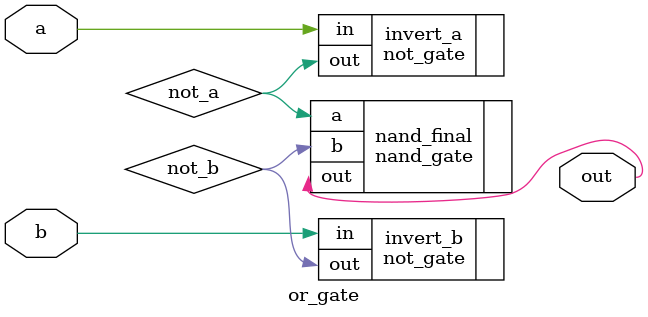
<source format=v>

`timescale 1ns / 1ps

module or_gate (
    input  wire a,   // First input
    input  wire b,   // Second input  
    output wire out  // OR output: a | b
);

    // Internal signals: Inverted inputs
    wire not_a, not_b;

    // Stage 1: Input Inversion  
    // Apply De Morgan's Law preparation: invert both inputs
    not_gate invert_a (
        .in (a),
        .out(not_a)     // ~a
    );
    
    not_gate invert_b (
        .in (b), 
        .out(not_b)     // ~b
    );

    // Stage 2: NAND of Inverted Inputs
    // Complete De Morgan's Law: OR(a, b) = NAND(NOT(a), NOT(b))
    // Truth Table: 00->0, 01->1, 10->1, 11->1
    nand_gate nand_final (
        .a  (not_a),    // ~a input
        .b  (not_b),    // ~b input
        .out(out)       // Final OR result
    );

endmodule
</source>
